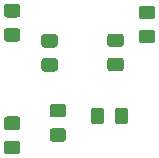
<source format=gbr>
%TF.GenerationSoftware,KiCad,Pcbnew,5.1.9+dfsg1-1+deb11u1*%
%TF.CreationDate,2024-08-22T01:22:46-07:00*%
%TF.ProjectId,micro7Decoder,6d696372-6f37-4446-9563-6f6465722e6b,rev?*%
%TF.SameCoordinates,Original*%
%TF.FileFunction,Paste,Top*%
%TF.FilePolarity,Positive*%
%FSLAX46Y46*%
G04 Gerber Fmt 4.6, Leading zero omitted, Abs format (unit mm)*
G04 Created by KiCad (PCBNEW 5.1.9+dfsg1-1+deb11u1) date 2024-08-22 01:22:46*
%MOMM*%
%LPD*%
G01*
G04 APERTURE LIST*
G04 APERTURE END LIST*
%TO.C,R7*%
G36*
G01*
X138614999Y-69275000D02*
X139515001Y-69275000D01*
G75*
G02*
X139765000Y-69524999I0J-249999D01*
G01*
X139765000Y-70175001D01*
G75*
G02*
X139515001Y-70425000I-249999J0D01*
G01*
X138614999Y-70425000D01*
G75*
G02*
X138365000Y-70175001I0J249999D01*
G01*
X138365000Y-69524999D01*
G75*
G02*
X138614999Y-69275000I249999J0D01*
G01*
G37*
G36*
G01*
X138614999Y-67225000D02*
X139515001Y-67225000D01*
G75*
G02*
X139765000Y-67474999I0J-249999D01*
G01*
X139765000Y-68125001D01*
G75*
G02*
X139515001Y-68375000I-249999J0D01*
G01*
X138614999Y-68375000D01*
G75*
G02*
X138365000Y-68125001I0J249999D01*
G01*
X138365000Y-67474999D01*
G75*
G02*
X138614999Y-67225000I249999J0D01*
G01*
G37*
%TD*%
%TO.C,R6*%
G36*
G01*
X141789999Y-71815000D02*
X142690001Y-71815000D01*
G75*
G02*
X142940000Y-72064999I0J-249999D01*
G01*
X142940000Y-72715001D01*
G75*
G02*
X142690001Y-72965000I-249999J0D01*
G01*
X141789999Y-72965000D01*
G75*
G02*
X141540000Y-72715001I0J249999D01*
G01*
X141540000Y-72064999D01*
G75*
G02*
X141789999Y-71815000I249999J0D01*
G01*
G37*
G36*
G01*
X141789999Y-69765000D02*
X142690001Y-69765000D01*
G75*
G02*
X142940000Y-70014999I0J-249999D01*
G01*
X142940000Y-70665001D01*
G75*
G02*
X142690001Y-70915000I-249999J0D01*
G01*
X141789999Y-70915000D01*
G75*
G02*
X141540000Y-70665001I0J249999D01*
G01*
X141540000Y-70014999D01*
G75*
G02*
X141789999Y-69765000I249999J0D01*
G01*
G37*
%TD*%
%TO.C,R5*%
G36*
G01*
X139515001Y-77900000D02*
X138614999Y-77900000D01*
G75*
G02*
X138365000Y-77650001I0J249999D01*
G01*
X138365000Y-76999999D01*
G75*
G02*
X138614999Y-76750000I249999J0D01*
G01*
X139515001Y-76750000D01*
G75*
G02*
X139765000Y-76999999I0J-249999D01*
G01*
X139765000Y-77650001D01*
G75*
G02*
X139515001Y-77900000I-249999J0D01*
G01*
G37*
G36*
G01*
X139515001Y-79950000D02*
X138614999Y-79950000D01*
G75*
G02*
X138365000Y-79700001I0J249999D01*
G01*
X138365000Y-79049999D01*
G75*
G02*
X138614999Y-78800000I249999J0D01*
G01*
X139515001Y-78800000D01*
G75*
G02*
X139765000Y-79049999I0J-249999D01*
G01*
X139765000Y-79700001D01*
G75*
G02*
X139515001Y-79950000I-249999J0D01*
G01*
G37*
%TD*%
%TO.C,R4*%
G36*
G01*
X143388501Y-76838500D02*
X142488499Y-76838500D01*
G75*
G02*
X142238500Y-76588501I0J249999D01*
G01*
X142238500Y-75938499D01*
G75*
G02*
X142488499Y-75688500I249999J0D01*
G01*
X143388501Y-75688500D01*
G75*
G02*
X143638500Y-75938499I0J-249999D01*
G01*
X143638500Y-76588501D01*
G75*
G02*
X143388501Y-76838500I-249999J0D01*
G01*
G37*
G36*
G01*
X143388501Y-78888500D02*
X142488499Y-78888500D01*
G75*
G02*
X142238500Y-78638501I0J249999D01*
G01*
X142238500Y-77988499D01*
G75*
G02*
X142488499Y-77738500I249999J0D01*
G01*
X143388501Y-77738500D01*
G75*
G02*
X143638500Y-77988499I0J-249999D01*
G01*
X143638500Y-78638501D01*
G75*
G02*
X143388501Y-78888500I-249999J0D01*
G01*
G37*
%TD*%
%TO.C,R3*%
G36*
G01*
X146861000Y-76257999D02*
X146861000Y-77158001D01*
G75*
G02*
X146611001Y-77408000I-249999J0D01*
G01*
X145960999Y-77408000D01*
G75*
G02*
X145711000Y-77158001I0J249999D01*
G01*
X145711000Y-76257999D01*
G75*
G02*
X145960999Y-76008000I249999J0D01*
G01*
X146611001Y-76008000D01*
G75*
G02*
X146861000Y-76257999I0J-249999D01*
G01*
G37*
G36*
G01*
X148911000Y-76257999D02*
X148911000Y-77158001D01*
G75*
G02*
X148661001Y-77408000I-249999J0D01*
G01*
X148010999Y-77408000D01*
G75*
G02*
X147761000Y-77158001I0J249999D01*
G01*
X147761000Y-76257999D01*
G75*
G02*
X148010999Y-76008000I249999J0D01*
G01*
X148661001Y-76008000D01*
G75*
G02*
X148911000Y-76257999I0J-249999D01*
G01*
G37*
%TD*%
%TO.C,R2*%
G36*
G01*
X150044999Y-69420000D02*
X150945001Y-69420000D01*
G75*
G02*
X151195000Y-69669999I0J-249999D01*
G01*
X151195000Y-70320001D01*
G75*
G02*
X150945001Y-70570000I-249999J0D01*
G01*
X150044999Y-70570000D01*
G75*
G02*
X149795000Y-70320001I0J249999D01*
G01*
X149795000Y-69669999D01*
G75*
G02*
X150044999Y-69420000I249999J0D01*
G01*
G37*
G36*
G01*
X150044999Y-67370000D02*
X150945001Y-67370000D01*
G75*
G02*
X151195000Y-67619999I0J-249999D01*
G01*
X151195000Y-68270001D01*
G75*
G02*
X150945001Y-68520000I-249999J0D01*
G01*
X150044999Y-68520000D01*
G75*
G02*
X149795000Y-68270001I0J249999D01*
G01*
X149795000Y-67619999D01*
G75*
G02*
X150044999Y-67370000I249999J0D01*
G01*
G37*
%TD*%
%TO.C,R1*%
G36*
G01*
X147377999Y-71782200D02*
X148278001Y-71782200D01*
G75*
G02*
X148528000Y-72032199I0J-249999D01*
G01*
X148528000Y-72682201D01*
G75*
G02*
X148278001Y-72932200I-249999J0D01*
G01*
X147377999Y-72932200D01*
G75*
G02*
X147128000Y-72682201I0J249999D01*
G01*
X147128000Y-72032199D01*
G75*
G02*
X147377999Y-71782200I249999J0D01*
G01*
G37*
G36*
G01*
X147377999Y-69732200D02*
X148278001Y-69732200D01*
G75*
G02*
X148528000Y-69982199I0J-249999D01*
G01*
X148528000Y-70632201D01*
G75*
G02*
X148278001Y-70882200I-249999J0D01*
G01*
X147377999Y-70882200D01*
G75*
G02*
X147128000Y-70632201I0J249999D01*
G01*
X147128000Y-69982199D01*
G75*
G02*
X147377999Y-69732200I249999J0D01*
G01*
G37*
%TD*%
M02*

</source>
